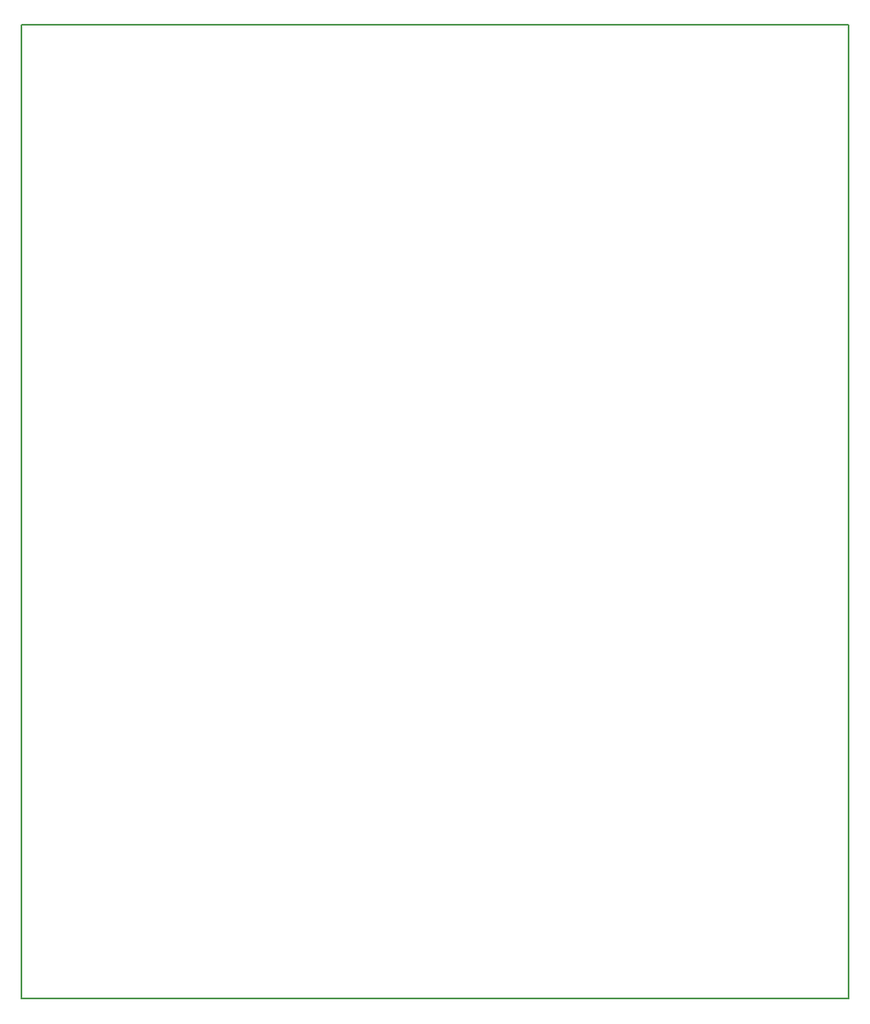
<source format=gko>
G04*
G04 #@! TF.GenerationSoftware,Altium Limited,Altium Designer,21.0.8 (223)*
G04*
G04 Layer_Color=16711935*
%FSTAX24Y24*%
%MOIN*%
G70*
G04*
G04 #@! TF.SameCoordinates,41972824-9B57-438F-98A6-91DE107BC887*
G04*
G04*
G04 #@! TF.FilePolarity,Positive*
G04*
G01*
G75*
%ADD14C,0.0080*%
D14*
X0309Y01125D02*
Y05062D01*
X064365D02*
X064365Y01125D01*
X0309Y05062D02*
X064365D01*
X0309Y01125D02*
X064365D01*
M02*

</source>
